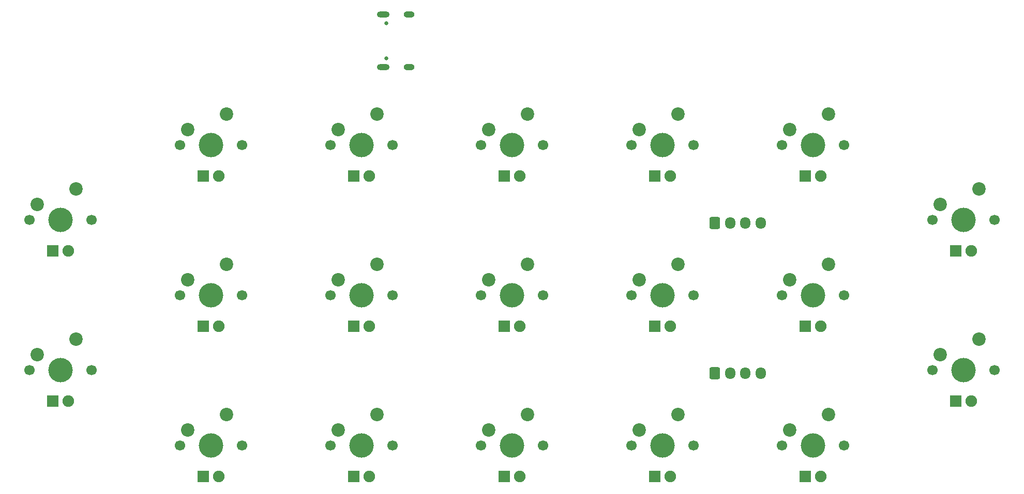
<source format=gbs>
G04 #@! TF.GenerationSoftware,KiCad,Pcbnew,8.0.2*
G04 #@! TF.CreationDate,2024-07-04T18:36:25+02:00*
G04 #@! TF.ProjectId,Single_board,53696e67-6c65-45f6-926f-6172642e6b69,1.0.2*
G04 #@! TF.SameCoordinates,Original*
G04 #@! TF.FileFunction,Soldermask,Bot*
G04 #@! TF.FilePolarity,Negative*
%FSLAX46Y46*%
G04 Gerber Fmt 4.6, Leading zero omitted, Abs format (unit mm)*
G04 Created by KiCad (PCBNEW 8.0.2) date 2024-07-04 18:36:25*
%MOMM*%
%LPD*%
G01*
G04 APERTURE LIST*
G04 Aperture macros list*
%AMRoundRect*
0 Rectangle with rounded corners*
0 $1 Rounding radius*
0 $2 $3 $4 $5 $6 $7 $8 $9 X,Y pos of 4 corners*
0 Add a 4 corners polygon primitive as box body*
4,1,4,$2,$3,$4,$5,$6,$7,$8,$9,$2,$3,0*
0 Add four circle primitives for the rounded corners*
1,1,$1+$1,$2,$3*
1,1,$1+$1,$4,$5*
1,1,$1+$1,$6,$7*
1,1,$1+$1,$8,$9*
0 Add four rect primitives between the rounded corners*
20,1,$1+$1,$2,$3,$4,$5,0*
20,1,$1+$1,$4,$5,$6,$7,0*
20,1,$1+$1,$6,$7,$8,$9,0*
20,1,$1+$1,$8,$9,$2,$3,0*%
G04 Aperture macros list end*
%ADD10C,1.905000*%
%ADD11R,1.905000X1.905000*%
%ADD12C,1.700000*%
%ADD13C,4.000000*%
%ADD14C,2.200000*%
%ADD15O,1.800000X1.000000*%
%ADD16O,2.100000X1.000000*%
%ADD17C,0.650000*%
%ADD18RoundRect,0.250000X-0.600000X-0.725000X0.600000X-0.725000X0.600000X0.725000X-0.600000X0.725000X0*%
%ADD19O,1.700000X1.950000*%
G04 APERTURE END LIST*
D10*
X159678000Y-171413700D03*
D11*
X157138000Y-171413700D03*
D10*
X282868000Y-183732700D03*
D11*
X280328000Y-183732700D03*
D12*
X227242000Y-190942000D03*
D13*
X232322000Y-190942000D03*
D12*
X237402000Y-190942000D03*
D14*
X234862000Y-185862000D03*
X228512000Y-188402000D03*
D12*
X128690000Y-203261000D03*
D13*
X133770000Y-203261000D03*
D12*
X138850000Y-203261000D03*
D14*
X136310000Y-198181000D03*
X129960000Y-200721000D03*
D10*
X233592000Y-196022000D03*
D11*
X231052000Y-196022000D03*
D12*
X128690000Y-178623000D03*
D13*
X133770000Y-178623000D03*
D12*
X138850000Y-178623000D03*
D14*
X136310000Y-173543000D03*
X129960000Y-176083000D03*
D12*
X202604000Y-166304000D03*
D13*
X207684000Y-166304000D03*
D12*
X212764000Y-166304000D03*
D14*
X210224000Y-161224000D03*
X203874000Y-163764000D03*
D10*
X208954000Y-171384000D03*
D11*
X206414000Y-171384000D03*
D12*
X153328000Y-190942000D03*
D13*
X158408000Y-190942000D03*
D12*
X163488000Y-190942000D03*
D14*
X160948000Y-185862000D03*
X154598000Y-188402000D03*
D10*
X258230000Y-220689700D03*
D11*
X255690000Y-220689700D03*
D10*
X184316000Y-171384000D03*
D11*
X181776000Y-171384000D03*
D10*
X184316000Y-196022000D03*
D11*
X181776000Y-196022000D03*
D10*
X258230000Y-171413700D03*
D11*
X255690000Y-171413700D03*
D12*
X251880000Y-190942000D03*
D13*
X256960000Y-190942000D03*
D12*
X262040000Y-190942000D03*
D14*
X259500000Y-185862000D03*
X253150000Y-188402000D03*
D12*
X177966000Y-190942000D03*
D13*
X183046000Y-190942000D03*
D12*
X188126000Y-190942000D03*
D14*
X185586000Y-185862000D03*
X179236000Y-188402000D03*
D12*
X251880000Y-166304000D03*
D13*
X256960000Y-166304000D03*
D12*
X262040000Y-166304000D03*
D14*
X259500000Y-161224000D03*
X253150000Y-163764000D03*
D10*
X208954000Y-220660000D03*
D11*
X206414000Y-220660000D03*
D12*
X251880000Y-215580000D03*
D13*
X256960000Y-215580000D03*
D12*
X262040000Y-215580000D03*
D14*
X259500000Y-210500000D03*
X253150000Y-213040000D03*
D12*
X202604000Y-190942000D03*
D13*
X207684000Y-190942000D03*
D12*
X212764000Y-190942000D03*
D14*
X210224000Y-185862000D03*
X203874000Y-188402000D03*
D10*
X135040000Y-208341000D03*
D11*
X132500000Y-208341000D03*
D12*
X227242000Y-166304000D03*
D13*
X232322000Y-166304000D03*
D12*
X237402000Y-166304000D03*
D14*
X234862000Y-161224000D03*
X228512000Y-163764000D03*
D10*
X282868000Y-208341000D03*
D11*
X280328000Y-208341000D03*
D12*
X202604000Y-215580000D03*
D13*
X207684000Y-215580000D03*
D12*
X212764000Y-215580000D03*
D14*
X210224000Y-210500000D03*
X203874000Y-213040000D03*
D12*
X177966000Y-166304000D03*
D13*
X183046000Y-166304000D03*
D12*
X188126000Y-166304000D03*
D14*
X185586000Y-161224000D03*
X179236000Y-163764000D03*
D10*
X233592000Y-220689700D03*
D11*
X231052000Y-220689700D03*
D10*
X258230000Y-196051700D03*
D11*
X255690000Y-196051700D03*
D10*
X233592000Y-171384000D03*
D11*
X231052000Y-171384000D03*
D10*
X159678000Y-196022000D03*
D11*
X157138000Y-196022000D03*
D10*
X184316000Y-220689700D03*
D11*
X181776000Y-220689700D03*
D15*
X190815000Y-144940000D03*
D16*
X186615000Y-144940000D03*
D15*
X190815000Y-153580000D03*
D16*
X186615000Y-153580000D03*
D17*
X187135000Y-146370000D03*
X187135000Y-152150000D03*
D12*
X177966000Y-215580000D03*
D13*
X183046000Y-215580000D03*
D12*
X188126000Y-215580000D03*
D14*
X185586000Y-210500000D03*
X179236000Y-213040000D03*
D12*
X276518000Y-203261000D03*
D13*
X281598000Y-203261000D03*
D12*
X286678000Y-203261000D03*
D14*
X284138000Y-198181000D03*
X277788000Y-200721000D03*
D12*
X153328000Y-166304000D03*
D13*
X158408000Y-166304000D03*
D12*
X163488000Y-166304000D03*
D14*
X160948000Y-161224000D03*
X154598000Y-163764000D03*
D10*
X208954000Y-196022000D03*
D11*
X206414000Y-196022000D03*
D12*
X153328000Y-215580000D03*
D13*
X158408000Y-215580000D03*
D12*
X163488000Y-215580000D03*
D14*
X160948000Y-210500000D03*
X154598000Y-213040000D03*
D10*
X159678000Y-220660000D03*
D11*
X157138000Y-220660000D03*
D10*
X135040000Y-183703000D03*
D11*
X132500000Y-183703000D03*
D12*
X276518000Y-178623000D03*
D13*
X281598000Y-178623000D03*
D12*
X286678000Y-178623000D03*
D14*
X284138000Y-173543000D03*
X277788000Y-176083000D03*
D12*
X227242000Y-215580000D03*
D13*
X232322000Y-215580000D03*
D12*
X237402000Y-215580000D03*
D14*
X234862000Y-210500000D03*
X228512000Y-213040000D03*
D18*
X240891000Y-179148000D03*
D19*
X243391000Y-179148000D03*
X245891000Y-179148000D03*
X248391000Y-179148000D03*
D18*
X240891000Y-203786000D03*
D19*
X243391000Y-203786000D03*
X245891000Y-203786000D03*
X248391000Y-203786000D03*
M02*

</source>
